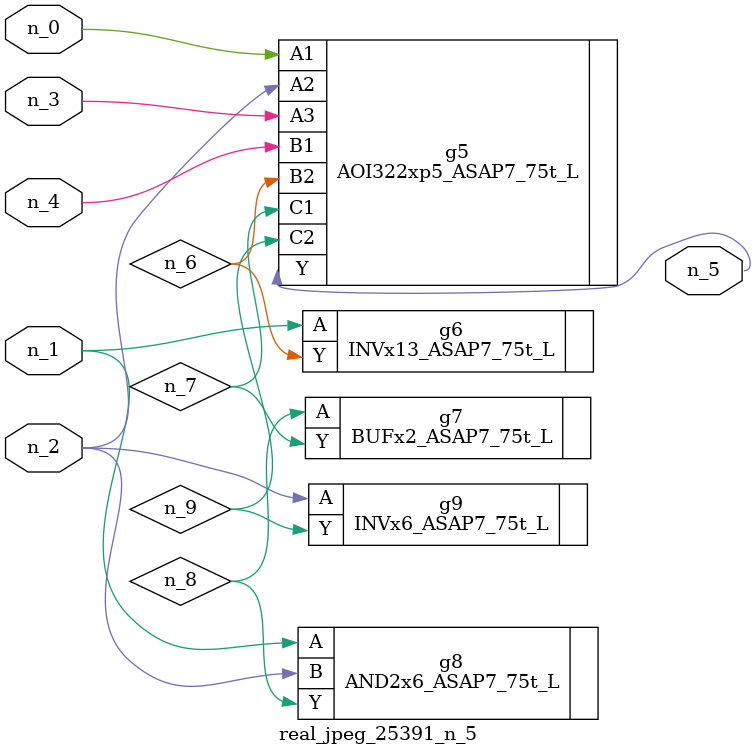
<source format=v>
module real_jpeg_25391_n_5 (n_4, n_0, n_1, n_2, n_3, n_5);

input n_4;
input n_0;
input n_1;
input n_2;
input n_3;

output n_5;

wire n_8;
wire n_6;
wire n_7;
wire n_9;

AOI322xp5_ASAP7_75t_L g5 ( 
.A1(n_0),
.A2(n_2),
.A3(n_3),
.B1(n_4),
.B2(n_6),
.C1(n_7),
.C2(n_9),
.Y(n_5)
);

INVx13_ASAP7_75t_L g6 ( 
.A(n_1),
.Y(n_6)
);

AND2x6_ASAP7_75t_L g8 ( 
.A(n_1),
.B(n_2),
.Y(n_8)
);

INVx6_ASAP7_75t_L g9 ( 
.A(n_2),
.Y(n_9)
);

BUFx2_ASAP7_75t_L g7 ( 
.A(n_8),
.Y(n_7)
);


endmodule
</source>
